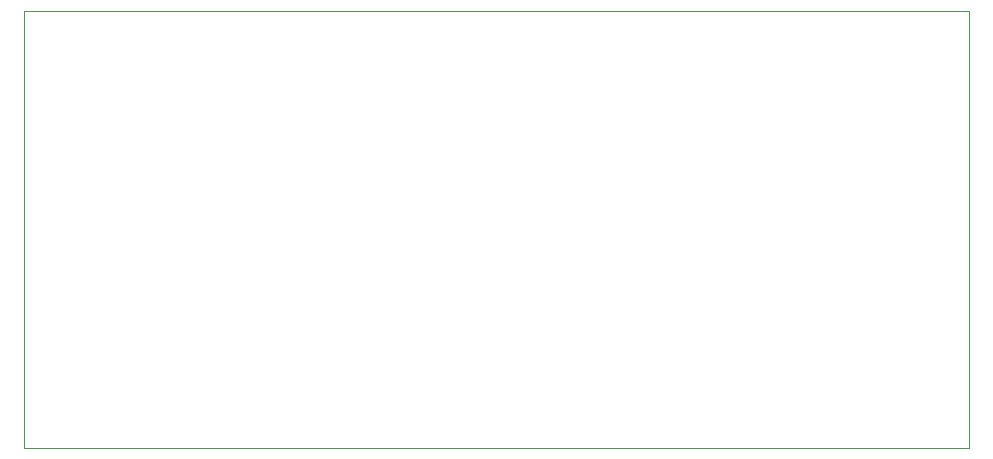
<source format=gbr>
%TF.GenerationSoftware,KiCad,Pcbnew,9.0.0*%
%TF.CreationDate,2025-03-14T14:13:33-06:00*%
%TF.ProjectId,scrollwheel_peripheral,7363726f-6c6c-4776-9865-656c5f706572,rev?*%
%TF.SameCoordinates,Original*%
%TF.FileFunction,Profile,NP*%
%FSLAX46Y46*%
G04 Gerber Fmt 4.6, Leading zero omitted, Abs format (unit mm)*
G04 Created by KiCad (PCBNEW 9.0.0) date 2025-03-14 14:13:33*
%MOMM*%
%LPD*%
G01*
G04 APERTURE LIST*
%TA.AperFunction,Profile*%
%ADD10C,0.050000*%
%TD*%
G04 APERTURE END LIST*
D10*
X42000000Y-53500000D02*
X122000000Y-53500000D01*
X122000000Y-90500000D01*
X42000000Y-90500000D01*
X42000000Y-53500000D01*
M02*

</source>
